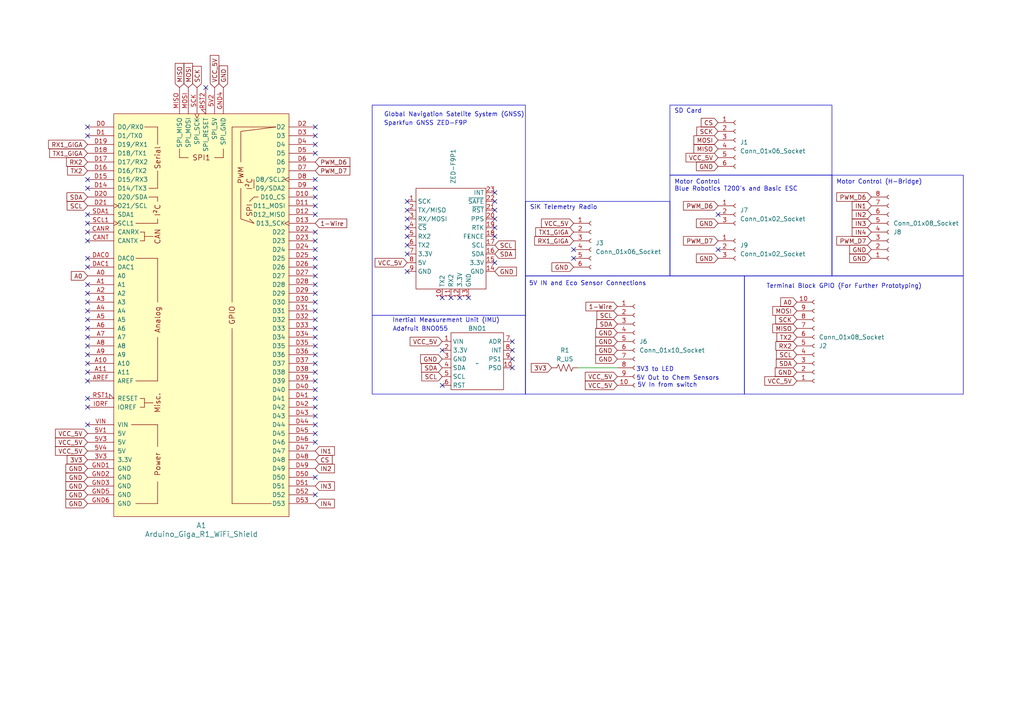
<source format=kicad_sch>
(kicad_sch (version 20231120) (generator "eeschema") (generator_version "8.0")
  (paper "A4")
  (lib_symbols
    (symbol "AdafruitBNO055:Adafruit_BNO055"
      (property "Reference" "BNO" (at 0 0 0))
      (symbol "Adafruit_BNO055_0_0"
        (text_box "" (at -7.62 8.89 0) (size 15.24 -16.51) (fill (type color)) (effects (font (size 1.27 1.27)) (justify left top)))
      )
      (symbol "Adafruit_BNO055_1_1"
        (pin input line (at -10.16 6.35 0) (length 2.54) (name "VIN") (number "1"))
        (pin input line (at 10.16 -1.27 180) (length 2.54) (name "PSO") (number "10"))
        (pin input line (at -10.16 3.81 0) (length 2.54) (name "3.3V") (number "2"))
        (pin input line (at -10.16 1.27 0) (length 2.54) (name "GND") (number "3"))
        (pin input line (at -10.16 -1.27 0) (length 2.54) (name "SDA") (number "4"))
        (pin input line (at -10.16 -3.81 0) (length 2.54) (name "SCL") (number "5"))
        (pin input line (at -10.16 -6.35 0) (length 2.54) (name "RST") (number "6"))
        (pin input line (at 10.16 6.35 180) (length 2.54) (name "ADR") (number "7"))
        (pin input line (at 10.16 3.81 180) (length 2.54) (name "INT") (number "8"))
        (pin input line (at 10.16 1.27 180) (length 2.54) (name "PS1") (number "9"))
      )
    )
    (symbol "Connector:Conn_01x03_Socket" (pin_names (offset 1.016) hide)
      (property "Reference" "J" (at 0 5.08 0))
      (property "Value" "Conn_01x03_Socket" (at 0 -5.08 0))
      (symbol "Conn_01x03_Socket_1_1"
        (arc (start 0 -2.032) (mid -0.5058 -2.54) (end 0 -3.048) (stroke (width 0.1524)))
        (polyline (pts (xy -1.27 -2.54) (xy -0.508 -2.54)) (stroke (width 0.1524)))
        (polyline (pts (xy -1.27 0) (xy -0.508 0)) (stroke (width 0.1524)))
        (polyline (pts (xy -1.27 2.54) (xy -0.508 2.54)) (stroke (width 0.1524)))
        (arc (start 0 0.508) (mid -0.5058 0) (end 0 -0.508) (stroke (width 0.1524)))
        (arc (start 0 3.048) (mid -0.5058 2.54) (end 0 2.032) (stroke (width 0.1524)))
        (pin passive line (at -5.08 2.54 0) (length 3.81) (name "Pin_1") (number "1"))
        (pin passive line (at -5.08 0 0) (length 3.81) (name "Pin_2") (number "2"))
        (pin passive line (at -5.08 -2.54 0) (length 3.81) (name "Pin_3") (number "3"))
      )
    )
    (symbol "Connector:Conn_01x06_Socket" (pin_names (offset 1.016) hide)
      (property "Reference" "J" (at 0 7.62 0))
      (property "Value" "Conn_01x06_Socket" (at 0 -10.16 0))
      (symbol "Conn_01x06_Socket_1_1"
        (arc (start 0 -7.112) (mid -0.5058 -7.62) (end 0 -8.128) (stroke (width 0.1524)))
        (arc (start 0 -4.572) (mid -0.5058 -5.08) (end 0 -5.588) (stroke (width 0.1524)))
        (arc (start 0 -2.032) (mid -0.5058 -2.54) (end 0 -3.048) (stroke (width 0.1524)))
        (polyline (pts (xy -1.27 -7.62) (xy -0.508 -7.62)) (stroke (width 0.1524)))
        (polyline (pts (xy -1.27 -5.08) (xy -0.508 -5.08)) (stroke (width 0.1524)))
        (polyline (pts (xy -1.27 -2.54) (xy -0.508 -2.54)) (stroke (width 0.1524)))
        (polyline (pts (xy -1.27 0) (xy -0.508 0)) (stroke (width 0.1524)))
        (polyline (pts (xy -1.27 2.54) (xy -0.508 2.54)) (stroke (width 0.1524)))
        (polyline (pts (xy -1.27 5.08) (xy -0.508 5.08)) (stroke (width 0.1524)))
        (arc (start 0 0.508) (mid -0.5058 0) (end 0 -0.508) (stroke (width 0.1524)))
        (arc (start 0 3.048) (mid -0.5058 2.54) (end 0 2.032) (stroke (width 0.1524)))
        (arc (start 0 5.588) (mid -0.5058 5.08) (end 0 4.572) (stroke (width 0.1524)))
        (pin passive line (at -5.08 5.08 0) (length 3.81) (name "Pin_1") (number "1"))
        (pin passive line (at -5.08 2.54 0) (length 3.81) (name "Pin_2") (number "2"))
        (pin passive line (at -5.08 0 0) (length 3.81) (name "Pin_3") (number "3"))
        (pin passive line (at -5.08 -2.54 0) (length 3.81) (name "Pin_4") (number "4"))
        (pin passive line (at -5.08 -5.08 0) (length 3.81) (name "Pin_5") (number "5"))
        (pin passive line (at -5.08 -7.62 0) (length 3.81) (name "Pin_6") (number "6"))
      )
    )
    (symbol "Connector:Conn_01x08_Socket" (pin_names (offset 1.016) hide)
      (property "Reference" "J" (at 0 10.16 0))
      (property "Value" "Conn_01x08_Socket" (at 0 -12.7 0))
      (symbol "Conn_01x08_Socket_1_1"
        (arc (start 0 -9.652) (mid -0.5058 -10.16) (end 0 -10.668) (stroke (width 0.1524)))
        (arc (start 0 -7.112) (mid -0.5058 -7.62) (end 0 -8.128) (stroke (width 0.1524)))
        (arc (start 0 -4.572) (mid -0.5058 -5.08) (end 0 -5.588) (stroke (width 0.1524)))
        (arc (start 0 -2.032) (mid -0.5058 -2.54) (end 0 -3.048) (stroke (width 0.1524)))
        (polyline (pts (xy -1.27 -10.16) (xy -0.508 -10.16)) (stroke (width 0.1524)))
        (polyline (pts (xy -1.27 -7.62) (xy -0.508 -7.62)) (stroke (width 0.1524)))
        (polyline (pts (xy -1.27 -5.08) (xy -0.508 -5.08)) (stroke (width 0.1524)))
        (polyline (pts (xy -1.27 -2.54) (xy -0.508 -2.54)) (stroke (width 0.1524)))
        (polyline (pts (xy -1.27 0) (xy -0.508 0)) (stroke (width 0.1524)))
        (polyline (pts (xy -1.27 2.54) (xy -0.508 2.54)) (stroke (width 0.1524)))
        (polyline (pts (xy -1.27 5.08) (xy -0.508 5.08)) (stroke (width 0.1524)))
        (polyline (pts (xy -1.27 7.62) (xy -0.508 7.62)) (stroke (width 0.1524)))
        (arc (start 0 0.508) (mid -0.5058 0) (end 0 -0.508) (stroke (width 0.1524)))
        (arc (start 0 3.048) (mid -0.5058 2.54) (end 0 2.032) (stroke (width 0.1524)))
        (arc (start 0 5.588) (mid -0.5058 5.08) (end 0 4.572) (stroke (width 0.1524)))
        (arc (start 0 8.128) (mid -0.5058 7.62) (end 0 7.112) (stroke (width 0.1524)))
        (pin passive line (at -5.08 7.62 0) (length 3.81) (name "Pin_1") (number "1"))
        (pin passive line (at -5.08 5.08 0) (length 3.81) (name "Pin_2") (number "2"))
        (pin passive line (at -5.08 2.54 0) (length 3.81) (name "Pin_3") (number "3"))
        (pin passive line (at -5.08 0 0) (length 3.81) (name "Pin_4") (number "4"))
        (pin passive line (at -5.08 -2.54 0) (length 3.81) (name "Pin_5") (number "5"))
        (pin passive line (at -5.08 -5.08 0) (length 3.81) (name "Pin_6") (number "6"))
        (pin passive line (at -5.08 -7.62 0) (length 3.81) (name "Pin_7") (number "7"))
        (pin passive line (at -5.08 -10.16 0) (length 3.81) (name "Pin_8") (number "8"))
      )
    )
    (symbol "Connector:Conn_01x10_Socket" (pin_names (offset 1.016) hide)
      (property "Reference" "J" (at 0 12.7 0))
      (property "Value" "Conn_01x10_Socket" (at 0 -15.24 0))
      (symbol "Conn_01x10_Socket_1_1"
        (arc (start 0 -12.192) (mid -0.5058 -12.7) (end 0 -13.208) (stroke (width 0.1524)))
        (arc (start 0 -9.652) (mid -0.5058 -10.16) (end 0 -10.668) (stroke (width 0.1524)))
        (arc (start 0 -7.112) (mid -0.5058 -7.62) (end 0 -8.128) (stroke (width 0.1524)))
        (arc (start 0 -4.572) (mid -0.5058 -5.08) (end 0 -5.588) (stroke (width 0.1524)))
        (arc (start 0 -2.032) (mid -0.5058 -2.54) (end 0 -3.048) (stroke (width 0.1524)))
        (polyline (pts (xy -1.27 -12.7) (xy -0.508 -12.7)) (stroke (width 0.1524)))
        (polyline (pts (xy -1.27 -10.16) (xy -0.508 -10.16)) (stroke (width 0.1524)))
        (polyline (pts (xy -1.27 -7.62) (xy -0.508 -7.62)) (stroke (width 0.1524)))
        (polyline (pts (xy -1.27 -5.08) (xy -0.508 -5.08)) (stroke (width 0.1524)))
        (polyline (pts (xy -1.27 -2.54) (xy -0.508 -2.54)) (stroke (width 0.1524)))
        (polyline (pts (xy -1.27 0) (xy -0.508 0)) (stroke (width 0.1524)))
        (polyline (pts (xy -1.27 2.54) (xy -0.508 2.54)) (stroke (width 0.1524)))
        (polyline (pts (xy -1.27 5.08) (xy -0.508 5.08)) (stroke (width 0.1524)))
        (polyline (pts (xy -1.27 7.62) (xy -0.508 7.62)) (stroke (width 0.1524)))
        (polyline (pts (xy -1.27 10.16) (xy -0.508 10.16)) (stroke (width 0.1524)))
        (arc (start 0 0.508) (mid -0.5058 0) (end 0 -0.508) (stroke (width 0.1524)))
        (arc (start 0 3.048) (mid -0.5058 2.54) (end 0 2.032) (stroke (width 0.1524)))
        (arc (start 0 5.588) (mid -0.5058 5.08) (end 0 4.572) (stroke (width 0.1524)))
        (arc (start 0 8.128) (mid -0.5058 7.62) (end 0 7.112) (stroke (width 0.1524)))
        (arc (start 0 10.668) (mid -0.5058 10.16) (end 0 9.652) (stroke (width 0.1524)))
        (pin passive line (at -5.08 10.16 0) (length 3.81) (name "Pin_1") (number "1"))
        (pin passive line (at -5.08 -12.7 0) (length 3.81) (name "Pin_10") (number "10"))
        (pin passive line (at -5.08 7.62 0) (length 3.81) (name "Pin_2") (number "2"))
        (pin passive line (at -5.08 5.08 0) (length 3.81) (name "Pin_3") (number "3"))
        (pin passive line (at -5.08 2.54 0) (length 3.81) (name "Pin_4") (number "4"))
        (pin passive line (at -5.08 0 0) (length 3.81) (name "Pin_5") (number "5"))
        (pin passive line (at -5.08 -2.54 0) (length 3.81) (name "Pin_6") (number "6"))
        (pin passive line (at -5.08 -5.08 0) (length 3.81) (name "Pin_7") (number "7"))
        (pin passive line (at -5.08 -7.62 0) (length 3.81) (name "Pin_8") (number "8"))
        (pin passive line (at -5.08 -10.16 0) (length 3.81) (name "Pin_9") (number "9"))
      )
    )
    (symbol "Device:R_US" (pin_numbers hide) (pin_names (offset 0))
      (property "Reference" "R" (at 2.54 0 90))
      (property "Value" "R_US" (at -2.54 0 90))
      (symbol "R_US_0_1"
        (polyline (pts (xy 0 -2.286) (xy 0 -2.54)))
        (polyline (pts (xy 0 2.286) (xy 0 2.54)))
        (polyline (pts (xy 0 -0.762) (xy 1.016 -1.143) (xy 0 -1.524) (xy -1.016 -1.905) (xy 0 -2.286)))
        (polyline (pts (xy 0 0.762) (xy 1.016 0.381) (xy 0 0) (xy -1.016 -0.381) (xy 0 -0.762)))
        (polyline (pts (xy 0 2.286) (xy 1.016 1.905) (xy 0 1.524) (xy -1.016 1.143) (xy 0 0.762)))
      )
      (symbol "R_US_1_1"
        (pin passive line (at 0 3.81 270) (length 1.27) (name "~") (number "1"))
        (pin passive line (at 0 -3.81 90) (length 1.27) (name "~") (number "2"))
      )
    )
    (symbol "PCM_arduino-library:Arduino_Giga_R1_WiFi_Shield" (pin_names (offset 1.016))
      (property "Reference" "A" (at 0 -62.23 0))
      (property "Value" "Arduino_Giga_R1_WiFi_Shield" (at 0 -66.04 0))
      (symbol "Arduino_Giga_R1_WiFi_Shield_0_0"
        (rectangle (start -25.4 -58.42) (end 25.4 58.42) (fill (type background)))
        (rectangle (start -20.32 -31.75) (end -12.7 -31.75))
        (rectangle (start -19.05 -54.61) (end -12.7 -54.61))
        (rectangle (start -19.05 -19.05) (end -12.7 -19.05))
        (rectangle (start -19.05 16.51) (end -12.7 16.51))
        (rectangle (start -19.05 26.67) (end -12.7 26.67))
        (rectangle (start -17.78 -26.67) (end -16.51 -26.67))
        (rectangle (start -17.78 -24.13) (end -16.51 -24.13))
        (rectangle (start -17.78 21.59) (end -16.51 21.59))
        (rectangle (start -17.78 24.13) (end -16.51 24.13))
        (rectangle (start -16.51 -25.4) (end -13.97 -25.4))
        (rectangle (start -16.51 -24.13) (end -16.51 -26.67))
        (rectangle (start -16.51 22.86) (end -13.97 22.86))
        (rectangle (start -16.51 24.13) (end -16.51 21.59))
        (rectangle (start -16.51 54.61) (end -12.7 54.61))
        (rectangle (start -15.24 34.29) (end -12.7 34.29))
        (rectangle (start -15.24 36.83) (end -12.7 36.83))
        (rectangle (start -12.7 -54.61) (end -12.7 -48.26))
        (rectangle (start -12.7 -31.75) (end -12.7 -38.1))
        (rectangle (start -12.7 -6.35) (end -12.7 -19.05))
        (rectangle (start -12.7 16.51) (end -12.7 3.81))
        (rectangle (start -12.7 26.67) (end -12.7 27.94))
        (rectangle (start -12.7 34.29) (end -12.7 33.02))
        (rectangle (start -12.7 41.91) (end -12.7 36.83))
        (rectangle (start -12.7 49.53) (end -12.7 54.61))
        (rectangle (start -6.35 45.72) (end -3.81 45.72))
        (rectangle (start -6.35 48.26) (end -6.35 45.72))
        (polyline (pts (xy 8.89 -54.61) (xy 20.32 -54.61)))
        (polyline (pts (xy 15.24 26.67) (xy 13.97 27.94)))
        (polyline (pts (xy 15.24 39.37) (xy 15.24 36.83)))
        (polyline (pts (xy 21.59 54.61) (xy 8.89 54.61)))
        (polyline (pts (xy 11.43 44.45) (xy 11.43 53.34) (xy 21.59 54.61)))
        (polyline (pts (xy 13.97 33.02) (xy 15.24 34.29) (xy 16.51 34.29)))
        (polyline (pts (xy 15.24 26.67) (xy 11.43 27.94) (xy 11.43 36.83)))
        (rectangle (start 3.81 45.72) (end 6.35 45.72))
        (rectangle (start 6.35 48.26) (end 6.35 45.72))
        (text "Analog" (at -12.7 -1.27 900) (effects (font (size 1.524 1.524))))
        (text "CAN" (at -12.7 22.86 900) (effects (font (size 1.524 1.524))))
        (text "I²C" (at -12.7 30.48 900) (effects (font (size 1.524 1.524))))
        (text "I²C" (at 13.97 38.1 900) (effects (font (size 1.524 1.524))))
        (text "Misc." (at -12.7 -25.4 900) (effects (font (size 1.524 1.524))))
        (text "Power" (at -12.7 -43.18 900) (effects (font (size 1.524 1.524))))
        (text "PWM" (at 11.43 40.64 900) (effects (font (size 1.524 1.524))))
        (text "Serial" (at -12.7 45.72 900) (effects (font (size 1.524 1.524))))
        (text "SPI" (at 13.97 30.48 900) (effects (font (size 1.524 1.524))))
        (text "SPI1" (at 0 45.72 0) (effects (font (size 1.524 1.524))))
      )
      (symbol "Arduino_Giga_R1_WiFi_Shield_1_0"
        (rectangle (start 8.89 -3.81) (end 8.89 -54.61))
        (rectangle (start 8.89 54.61) (end 8.89 3.81))
        (text "GPIO" (at 8.89 0 900) (effects (font (size 1.524 1.524))))
      )
      (symbol "Arduino_Giga_R1_WiFi_Shield_1_1"
        (pin power_out line (at -33.02 -41.91 0) (length 7.62) (name "3.3V") (number "3V3"))
        (pin power_in line (at -33.02 -34.29 0) (length 7.62) (name "5V") (number "5V1"))
        (pin power_in line (at 3.81 66.04 270) (length 7.62) (name "SPI_5V") (number "5V2"))
        (pin power_in line (at -33.02 -36.83 0) (length 7.62) (name "5V") (number "5V3"))
        (pin power_in line (at -33.02 -39.37 0) (length 7.62) (name "5V") (number "5V4"))
        (pin bidirectional line (at -33.02 11.43 0) (length 7.62) (name "A0") (number "A0"))
        (pin bidirectional line (at -33.02 8.89 0) (length 7.62) (name "A1") (number "A1"))
        (pin input line (at -33.02 -13.97 0) (length 7.62) (name "A10") (number "A10"))
        (pin input line (at -33.02 -16.51 0) (length 7.62) (name "A11") (number "A11"))
        (pin bidirectional line (at -33.02 6.35 0) (length 7.62) (name "A2") (number "A2"))
        (pin bidirectional line (at -33.02 3.81 0) (length 7.62) (name "A3") (number "A3"))
        (pin bidirectional line (at -33.02 1.27 0) (length 7.62) (name "A4") (number "A4"))
        (pin bidirectional line (at -33.02 -1.27 0) (length 7.62) (name "A5") (number "A5"))
        (pin bidirectional line (at -33.02 -3.81 0) (length 7.62) (name "A6") (number "A6"))
        (pin bidirectional line (at -33.02 -6.35 0) (length 7.62) (name "A7") (number "A7"))
        (pin input line (at -33.02 -8.89 0) (length 7.62) (name "A8") (number "A8"))
        (pin input line (at -33.02 -11.43 0) (length 7.62) (name "A9") (number "A9"))
        (pin input line (at -33.02 -19.05 0) (length 7.62) (name "AREF") (number "AREF"))
        (pin bidirectional line (at -33.02 24.13 0) (length 7.62) (name "CANRX") (number "CANR"))
        (pin bidirectional line (at -33.02 21.59 0) (length 7.62) (name "CANTX") (number "CANT"))
        (pin bidirectional line (at -33.02 54.61 0) (length 7.62) (name "D0/RX0") (number "D0"))
        (pin bidirectional line (at -33.02 52.07 0) (length 7.62) (name "D1/TX0") (number "D1"))
        (pin bidirectional line (at 33.02 34.29 180) (length 7.62) (name "D10_CS") (number "D10"))
        (pin bidirectional line (at 33.02 31.75 180) (length 7.62) (name "D11_MOSI") (number "D11"))
        (pin bidirectional line (at 33.02 29.21 180) (length 7.62) (name "D12_MISO") (number "D12"))
        (pin bidirectional clock (at 33.02 26.67 180) (length 7.62) (name "D13_SCK") (number "D13"))
        (pin bidirectional line (at -33.02 36.83 0) (length 7.62) (name "D14/TX3") (number "D14"))
        (pin bidirectional line (at -33.02 39.37 0) (length 7.62) (name "D15/RX3") (number "D15"))
        (pin bidirectional line (at -33.02 41.91 0) (length 7.62) (name "D16/TX2") (number "D16"))
        (pin bidirectional line (at -33.02 44.45 0) (length 7.62) (name "D17/RX2") (number "D17"))
        (pin bidirectional line (at -33.02 46.99 0) (length 7.62) (name "D18/TX1") (number "D18"))
        (pin bidirectional line (at -33.02 49.53 0) (length 7.62) (name "D19/RX1") (number "D19"))
        (pin bidirectional line (at 33.02 54.61 180) (length 7.62) (name "D2") (number "D2"))
        (pin bidirectional line (at -33.02 34.29 0) (length 7.62) (name "D20/SDA") (number "D20"))
        (pin bidirectional clock (at -33.02 31.75 0) (length 7.62) (name "D21/SCL") (number "D21"))
        (pin bidirectional line (at 33.02 24.13 180) (length 7.62) (name "D22") (number "D22"))
        (pin bidirectional line (at 33.02 21.59 180) (length 7.62) (name "D23") (number "D23"))
        (pin bidirectional line (at 33.02 19.05 180) (length 7.62) (name "D24") (number "D24"))
        (pin bidirectional line (at 33.02 16.51 180) (length 7.62) (name "D25") (number "D25"))
        (pin bidirectional line (at 33.02 13.97 180) (length 7.62) (name "D26") (number "D26"))
        (pin bidirectional line (at 33.02 11.43 180) (length 7.62) (name "D27") (number "D27"))
        (pin bidirectional line (at 33.02 8.89 180) (length 7.62) (name "D28") (number "D28"))
        (pin bidirectional line (at 33.02 6.35 180) (length 7.62) (name "D29") (number "D29"))
        (pin bidirectional line (at 33.02 52.07 180) (length 7.62) (name "D3") (number "D3"))
        (pin bidirectional line (at 33.02 3.81 180) (length 7.62) (name "D30") (number "D30"))
        (pin bidirectional line (at 33.02 1.27 180) (length 7.62) (name "D31") (number "D31"))
        (pin bidirectional line (at 33.02 -1.27 180) (length 7.62) (name "D32") (number "D32"))
        (pin bidirectional line (at 33.02 -3.81 180) (length 7.62) (name "D33") (number "D33"))
        (pin bidirectional line (at 33.02 -6.35 180) (length 7.62) (name "D34") (number "D34"))
        (pin bidirectional line (at 33.02 -8.89 180) (length 7.62) (name "D35") (number "D35"))
        (pin bidirectional line (at 33.02 -11.43 180) (length 7.62) (name "D36") (number "D36"))
        (pin bidirectional line (at 33.02 -13.97 180) (length 7.62) (name "D37") (number "D37"))
        (pin bidirectional line (at 33.02 -16.51 180) (length 7.62) (name "D38") (number "D38"))
        (pin bidirectional line (at 33.02 -19.05 180) (length 7.62) (name "D39") (number "D39"))
        (pin bidirectional line (at 33.02 49.53 180) (length 7.62) (name "D4") (number "D4"))
        (pin bidirectional line (at 33.02 -21.59 180) (length 7.62) (name "D40") (number "D40"))
        (pin bidirectional line (at 33.02 -24.13 180) (length 7.62) (name "D41") (number "D41"))
        (pin bidirectional line (at 33.02 -26.67 180) (length 7.62) (name "D42") (number "D42"))
        (pin bidirectional line (at 33.02 -29.21 180) (length 7.62) (name "D43") (number "D43"))
        (pin bidirectional line (at 33.02 -31.75 180) (length 7.62) (name "D44") (number "D44"))
        (pin bidirectional line (at 33.02 -34.29 180) (length 7.62) (name "D45") (number "D45"))
        (pin bidirectional line (at 33.02 -36.83 180) (length 7.62) (name "D46") (number "D46"))
        (pin bidirectional line (at 33.02 -39.37 180) (length 7.62) (name "D47") (number "D47"))
        (pin bidirectional line (at 33.02 -41.91 180) (length 7.62) (name "D48") (number "D48"))
        (pin bidirectional line (at 33.02 -44.45 180) (length 7.62) (name "D49") (number "D49"))
        (pin bidirectional line (at 33.02 46.99 180) (length 7.62) (name "D5") (number "D5"))
        (pin bidirectional line (at 33.02 -46.99 180) (length 7.62) (name "D50") (number "D50"))
        (pin bidirectional line (at 33.02 -49.53 180) (length 7.62) (name "D51") (number "D51"))
        (pin bidirectional line (at 33.02 -52.07 180) (length 7.62) (name "D52") (number "D52"))
        (pin bidirectional line (at 33.02 -54.61 180) (length 7.62) (name "D53") (number "D53"))
        (pin bidirectional line (at 33.02 44.45 180) (length 7.62) (name "D6") (number "D6"))
        (pin bidirectional line (at 33.02 41.91 180) (length 7.62) (name "D7") (number "D7"))
        (pin bidirectional clock (at 33.02 39.37 180) (length 7.62) (name "D8/SCL2") (number "D8"))
        (pin bidirectional line (at 33.02 36.83 180) (length 7.62) (name "D9/SDA2") (number "D9"))
        (pin bidirectional line (at -33.02 16.51 0) (length 7.62) (name "DAC0") (number "DAC0"))
        (pin bidirectional line (at -33.02 13.97 0) (length 7.62) (name "DAC1") (number "DAC1"))
        (pin power_in line (at -33.02 -44.45 0) (length 7.62) (name "GND") (number "GND1"))
        (pin power_in line (at -33.02 -46.99 0) (length 7.62) (name "GND") (number "GND2"))
        (pin power_in line (at -33.02 -49.53 0) (length 7.62) (name "GND") (number "GND3"))
        (pin power_in line (at 6.35 66.04 270) (length 7.62) (name "SPI_GND") (number "GND4"))
        (pin power_in line (at -33.02 -52.07 0) (length 7.62) (name "GND") (number "GND5"))
        (pin power_in line (at -33.02 -54.61 0) (length 7.62) (name "GND") (number "GND6"))
        (pin output line (at -33.02 -26.67 0) (length 7.62) (name "IOREF") (number "IORF"))
        (pin input line (at -6.35 66.04 270) (length 7.62) (name "SPI_MISO") (number "MISO"))
        (pin output line (at -3.81 66.04 270) (length 7.62) (name "SPI_MOSI") (number "MOSI"))
        (pin open_collector input_low (at -33.02 -24.13 0) (length 7.62) (name "RESET") (number "RST1"))
        (pin open_collector input_low (at 1.27 66.04 270) (length 7.62) (name "SPI_RESET") (number "RST2"))
        (pin output clock (at -1.27 66.04 270) (length 7.62) (name "SPI_SCK") (number "SCK"))
        (pin bidirectional clock (at -33.02 26.67 0) (length 7.62) (name "SCL1") (number "SCL1"))
        (pin bidirectional line (at -33.02 29.21 0) (length 7.62) (name "SDA1") (number "SDA1"))
        (pin power_in line (at -33.02 -31.75 0) (length 7.62) (name "VIN") (number "VIN"))
      )
    )
    (symbol "Sparkfun_ZedF9P:Sparkfun_ZED-F9P"
      (property "Reference" "ZED-F9P" (at 0 0 0))
      (symbol "Sparkfun_ZED-F9P_0_0"
        (text_box "" (at -15.24 10.16 0) (size 29.21 -20.32) (fill (type color)) (effects (font (size 1.27 1.27)) (justify left top)))
      )
      (symbol "Sparkfun_ZED-F9P_1_1"
        (pin input line (at 10.16 12.7 270) (length 2.54) (name "SCK") (number "1"))
        (pin input line (at -17.78 2.54 0) (length 2.54) (name "TX2") (number "10"))
        (pin input line (at -17.78 0 0) (length 2.54) (name "RX2") (number "11"))
        (pin input line (at -17.78 -2.54 0) (length 2.54) (name "3.3V") (number "12"))
        (pin input line (at -17.78 -5.08 0) (length 2.54) (name "GND") (number "13"))
        (pin input line (at -10.16 -12.7 90) (length 2.54) (name "GND") (number "14"))
        (pin input line (at -7.62 -12.7 90) (length 2.54) (name "3.3V") (number "15"))
        (pin input line (at -5.08 -12.7 90) (length 2.54) (name "SDA") (number "16"))
        (pin input line (at -2.54 -12.7 90) (length 2.54) (name "SCL") (number "17"))
        (pin input line (at 0 -12.7 90) (length 2.54) (name "FENCE") (number "18"))
        (pin input line (at 2.54 -12.7 90) (length 2.54) (name "RTK") (number "19"))
        (pin input line (at 7.62 12.7 270) (length 2.54) (name "TX/MISO") (number "2"))
        (pin input line (at 5.08 -12.7 90) (length 2.54) (name "PPS") (number "20"))
        (pin input line (at 7.62 -12.7 90) (length 2.54) (name "~{RST}") (number "21"))
        (pin input line (at 10.16 -12.7 90) (length 2.54) (name "~{SAFE}") (number "22"))
        (pin input line (at 12.7 -12.7 90) (length 2.54) (name "INT") (number "23"))
        (pin input line (at 5.08 12.7 270) (length 2.54) (name "RX/MOSI") (number "3"))
        (pin input line (at 2.54 12.7 270) (length 2.54) (name "~{CS}") (number "4"))
        (pin input line (at 0 12.7 270) (length 2.54) (name "RX2") (number "5"))
        (pin input line (at -2.54 12.7 270) (length 2.54) (name "TX2") (number "6"))
        (pin input line (at -5.08 12.7 270) (length 2.54) (name "3.3V") (number "7"))
        (pin input line (at -7.62 12.7 270) (length 2.54) (name "5V") (number "8"))
        (pin input line (at -10.16 12.7 270) (length 2.54) (name "GND") (number "9"))
      )
    )
  )
  (no_connect (at 91.44 54.61))
  (no_connect (at 91.44 52.07))
  (no_connect (at 143.51 60.96))
  (no_connect (at 91.44 120.65))
  (no_connect (at 135.89 86.36))
  (no_connect (at 91.44 59.69))
  (no_connect (at 25.4 123.19))
  (no_connect (at 25.4 69.85))
  (no_connect (at 25.4 74.93))
  (no_connect (at 91.44 143.51))
  (no_connect (at 25.4 39.37))
  (no_connect (at 143.51 68.58))
  (no_connect (at 91.44 123.19))
  (no_connect (at 91.44 107.95))
  (no_connect (at 25.4 36.83))
  (no_connect (at 148.59 106.68))
  (no_connect (at 118.11 78.74))
  (no_connect (at 25.4 54.61))
  (no_connect (at 143.51 55.88))
  (no_connect (at 25.4 82.55))
  (no_connect (at 118.11 73.66))
  (no_connect (at 91.44 62.23))
  (no_connect (at 128.27 101.6))
  (no_connect (at 91.44 100.33))
  (no_connect (at 166.37 72.39))
  (no_connect (at 91.44 74.93))
  (no_connect (at 208.28 72.39))
  (no_connect (at 91.44 113.03))
  (no_connect (at 130.81 86.36))
  (no_connect (at 143.51 76.2))
  (no_connect (at 91.44 41.91))
  (no_connect (at 118.11 60.96))
  (no_connect (at 25.4 115.57))
  (no_connect (at 91.44 85.09))
  (no_connect (at 133.35 86.36))
  (no_connect (at 91.44 72.39))
  (no_connect (at 166.37 74.93))
  (no_connect (at 91.44 67.31))
  (no_connect (at 25.4 85.09))
  (no_connect (at 25.4 52.07))
  (no_connect (at 91.44 110.49))
  (no_connect (at 91.44 138.43))
  (no_connect (at 91.44 39.37))
  (no_connect (at 25.4 67.31))
  (no_connect (at 118.11 63.5))
  (no_connect (at 118.11 68.58))
  (no_connect (at 91.44 77.47))
  (no_connect (at 118.11 58.42))
  (no_connect (at 25.4 100.33))
  (no_connect (at 91.44 69.85))
  (no_connect (at 25.4 87.63))
  (no_connect (at 128.27 86.36))
  (no_connect (at 25.4 62.23))
  (no_connect (at 25.4 110.49))
  (no_connect (at 25.4 90.17))
  (no_connect (at 118.11 66.04))
  (no_connect (at 128.27 111.76))
  (no_connect (at 148.59 99.06))
  (no_connect (at 91.44 57.15))
  (no_connect (at 91.44 92.71))
  (no_connect (at 91.44 87.63))
  (no_connect (at 25.4 77.47))
  (no_connect (at 91.44 44.45))
  (no_connect (at 91.44 105.41))
  (no_connect (at 25.4 92.71))
  (no_connect (at 91.44 82.55))
  (no_connect (at 59.69 25.4))
  (no_connect (at 25.4 97.79))
  (no_connect (at 25.4 118.11))
  (no_connect (at 91.44 95.25))
  (no_connect (at 91.44 118.11))
  (no_connect (at 91.44 97.79))
  (no_connect (at 25.4 64.77))
  (no_connect (at 148.59 104.14))
  (no_connect (at 91.44 125.73))
  (no_connect (at 143.51 63.5))
  (no_connect (at 91.44 80.01))
  (no_connect (at 143.51 58.42))
  (no_connect (at 25.4 107.95))
  (no_connect (at 91.44 90.17))
  (no_connect (at 91.44 36.83))
  (no_connect (at 25.4 95.25))
  (no_connect (at 148.59 101.6))
  (no_connect (at 25.4 102.87))
  (no_connect (at 91.44 128.27))
  (no_connect (at 208.28 62.23))
  (no_connect (at 143.51 66.04))
  (no_connect (at 25.4 105.41))
  (no_connect (at 91.44 102.87))
  (no_connect (at 118.11 71.12))
  (no_connect (at 91.44 115.57))
  (wire (pts (xy 167.64 106.68) (xy 179.07 106.68)))
  (rectangle (start 194.31 50.8) (end 241.3 80.01))
  (rectangle (start 215.9 80.01) (end 279.4 114.3))
  (rectangle (start 152.4 80.01) (end 215.9 114.3))
  (rectangle (start 241.3 50.8) (end 279.4 80.01))
  (rectangle (start 107.95 30.48) (end 152.4 91.44))
  (rectangle (start 107.95 91.44) (end 152.4 114.3))
  (rectangle (start 194.31 30.48) (end 241.3 50.8))
  (rectangle (start 152.4 58.42) (end 194.31 80.01))
  (text "3V3 to LED\n" (at 189.992 107.188 0) (effects (font (size 1.27 1.27))))
  (text "Sparkfun GNSS ZED-F9P\n" (at 123.444 35.814 0) (effects (font (size 1.27 1.27))))
  (text "Terminal Block GPIO (For Further Prototyping)" (at 222.25 83.82 0) (effects (font (size 1.27 1.27)) (justify left bottom)))
  (text "5V Out to Chem Sensors" (at 196.596 109.728 0) (effects (font (size 1.27 1.27))))
  (text "5V In from switch" (at 193.548 111.76 0) (effects (font (size 1.27 1.27))))
  (text "5V IN and Eco Sensor Connections\n" (at 170.434 82.296 0) (effects (font (size 1.27 1.27))))
  (text "Inertial Measurement Unit (IMU)" (at 113.792 93.726 0) (effects (font (size 1.27 1.27)) (justify left bottom)))
  (text "SiK Telemetry Radio" (at 153.67 60.96 0) (effects (font (size 1.27 1.27)) (justify left bottom)))
  (text "Motor Control (H-Bridge)\n" (at 255.016 52.832 0) (effects (font (size 1.27 1.27))))
  (text "Adafruit BNO055" (at 121.92 95.504 0) (effects (font (size 1.27 1.27))))
  (text "SD Card" (at 195.58 33.02 0) (effects (font (size 1.27 1.27)) (justify left bottom)))
  (text "Global Navigation Satelite System (GNSS)\n" (at 152.146 34.036 0) (effects (font (size 1.27 1.27)) (justify right bottom)))
  (text "Motor Control \nBlue Robotics T200's and Basic ESC" (at 195.58 55.626 0) (effects (font (size 1.27 1.27)) (justify left bottom)))
  (global_label "SCL" (shape input) (at 231.14 102.87 180) (property "Intersheetrefs" "${INTERSHEET_REFS}" (effects (hide yes))))
  (global_label "A0" (shape input) (at 25.4 80.01 180) (property "Intersheetrefs" "${INTERSHEET_REFS}" (effects (hide yes))))
  (global_label "GND" (shape input) (at 64.77 25.4 90) (property "Intersheetrefs" "${INTERSHEET_REFS}" (effects (hide yes))))
  (global_label "IN4" (shape input) (at 91.44 146.05 0) (property "Intersheetrefs" "${INTERSHEET_REFS}" (effects (hide yes))))
  (global_label "SDA" (shape input) (at 179.07 93.98 180) (property "Intersheetrefs" "${INTERSHEET_REFS}" (effects (hide yes))))
  (global_label "TX2" (shape input) (at 25.4 49.53 180) (property "Intersheetrefs" "${INTERSHEET_REFS}" (effects (hide yes))))
  (global_label "GND" (shape input) (at 208.28 64.77 180) (property "Intersheetrefs" "${INTERSHEET_REFS}" (effects (hide yes))))
  (global_label "SDA" (shape input) (at 143.51 73.66 0) (property "Intersheetrefs" "${INTERSHEET_REFS}" (effects (hide yes))))
  (global_label "GND" (shape input) (at 25.4 138.43 180) (property "Intersheetrefs" "${INTERSHEET_REFS}" (effects (hide yes))))
  (global_label "A0" (shape input) (at 231.14 87.63 180) (property "Intersheetrefs" "${INTERSHEET_REFS}" (effects (hide yes))))
  (global_label "MOSI" (shape input) (at 208.28 40.64 180) (property "Intersheetrefs" "${INTERSHEET_REFS}" (effects (hide yes))))
  (global_label "SDA" (shape input) (at 231.14 105.41 180) (property "Intersheetrefs" "${INTERSHEET_REFS}" (effects (hide yes))))
  (global_label "MISO" (shape input) (at 208.28 43.18 180) (property "Intersheetrefs" "${INTERSHEET_REFS}" (effects (hide yes))))
  (global_label "TX1_GIGA" (shape input) (at 25.4 44.45 180) (property "Intersheetrefs" "${INTERSHEET_REFS}" (effects (hide yes))))
  (global_label "RX2" (shape input) (at 25.4 46.99 180) (property "Intersheetrefs" "${INTERSHEET_REFS}" (effects (hide yes))))
  (global_label "MOSI" (shape input) (at 54.61 25.4 90) (property "Intersheetrefs" "${INTERSHEET_REFS}" (effects (hide yes))))
  (global_label "IN4" (shape input) (at 252.73 67.31 180) (property "Intersheetrefs" "${INTERSHEET_REFS}" (effects (hide yes))))
  (global_label "VCC_5V" (shape input) (at 118.11 76.2 180) (property "Intersheetrefs" "${INTERSHEET_REFS}" (effects (hide yes))))
  (global_label "1-Wire" (shape input) (at 179.07 88.9 180) (property "Intersheetrefs" "${INTERSHEET_REFS}" (effects (hide yes))))
  (global_label "RX1_GIGA" (shape input) (at 166.37 69.85 180) (property "Intersheetrefs" "${INTERSHEET_REFS}" (effects (hide yes))))
  (global_label "VCC_5V" (shape input) (at 25.4 128.27 180) (property "Intersheetrefs" "${INTERSHEET_REFS}" (effects (hide yes))))
  (global_label "GND" (shape input) (at 208.28 74.93 180) (property "Intersheetrefs" "${INTERSHEET_REFS}" (effects (hide yes))))
  (global_label "SCL" (shape input) (at 25.4 59.69 180) (property "Intersheetrefs" "${INTERSHEET_REFS}" (effects (hide yes))))
  (global_label "GND" (shape input) (at 128.27 104.14 180) (property "Intersheetrefs" "${INTERSHEET_REFS}" (effects (hide yes))))
  (global_label "IN3" (shape input) (at 252.73 64.77 180) (property "Intersheetrefs" "${INTERSHEET_REFS}" (effects (hide yes))))
  (global_label "SCK" (shape input) (at 57.15 25.4 90) (property "Intersheetrefs" "${INTERSHEET_REFS}" (effects (hide yes))))
  (global_label "IN3" (shape input) (at 91.44 140.97 0) (property "Intersheetrefs" "${INTERSHEET_REFS}" (effects (hide yes))))
  (global_label "TX2" (shape input) (at 231.14 97.79 180) (property "Intersheetrefs" "${INTERSHEET_REFS}" (effects (hide yes))))
  (global_label "PWM_D7" (shape input) (at 208.28 69.85 180) (property "Intersheetrefs" "${INTERSHEET_REFS}" (effects (hide yes))))
  (global_label "GND" (shape input) (at 252.73 74.93 180) (property "Intersheetrefs" "${INTERSHEET_REFS}" (effects (hide yes))))
  (global_label "3V3" (shape input) (at 160.02 106.68 180) (property "Intersheetrefs" "${INTERSHEET_REFS}" (effects (hide yes))))
  (global_label "1-Wire" (shape input) (at 91.44 64.77 0) (property "Intersheetrefs" "${INTERSHEET_REFS}" (effects (hide yes))))
  (global_label "VCC_5V" (shape input) (at 128.27 99.06 180) (property "Intersheetrefs" "${INTERSHEET_REFS}" (effects (hide yes))))
  (global_label "PWM_D7" (shape input) (at 91.44 49.53 0) (property "Intersheetrefs" "${INTERSHEET_REFS}" (effects (hide yes))))
  (global_label "VCC_5V" (shape input) (at 179.07 109.22 180) (property "Intersheetrefs" "${INTERSHEET_REFS}" (effects (hide yes))))
  (global_label "SDA" (shape input) (at 25.4 57.15 180) (property "Intersheetrefs" "${INTERSHEET_REFS}" (effects (hide yes))))
  (global_label "IN1" (shape input) (at 91.44 130.81 0) (property "Intersheetrefs" "${INTERSHEET_REFS}" (effects (hide yes))))
  (global_label "PWM_D6" (shape input) (at 91.44 46.99 0) (property "Intersheetrefs" "${INTERSHEET_REFS}" (effects (hide yes))))
  (global_label "VCC_5V" (shape input) (at 25.4 125.73 180) (property "Intersheetrefs" "${INTERSHEET_REFS}" (effects (hide yes))))
  (global_label "VCC_5V" (shape input) (at 25.4 130.81 180) (property "Intersheetrefs" "${INTERSHEET_REFS}" (effects (hide yes))))
  (global_label "MISO" (shape input) (at 52.07 25.4 90) (property "Intersheetrefs" "${INTERSHEET_REFS}" (effects (hide yes))))
  (global_label "SCK" (shape input) (at 231.14 92.71 180) (property "Intersheetrefs" "${INTERSHEET_REFS}" (effects (hide yes))))
  (global_label "GND" (shape input) (at 252.73 72.39 180) (property "Intersheetrefs" "${INTERSHEET_REFS}" (effects (hide yes))))
  (global_label "3V3" (shape input) (at 25.4 133.35 180) (property "Intersheetrefs" "${INTERSHEET_REFS}" (effects (hide yes))))
  (global_label "GND" (shape input) (at 25.4 143.51 180) (property "Intersheetrefs" "${INTERSHEET_REFS}" (effects (hide yes))))
  (global_label "GND" (shape input) (at 143.51 78.74 0) (property "Intersheetrefs" "${INTERSHEET_REFS}" (effects (hide yes))))
  (global_label "SCL" (shape input) (at 128.27 109.22 180) (property "Intersheetrefs" "${INTERSHEET_REFS}" (effects (hide yes))))
  (global_label "IN2" (shape input) (at 252.73 62.23 180) (property "Intersheetrefs" "${INTERSHEET_REFS}" (effects (hide yes))))
  (global_label "VCC_5V" (shape input) (at 179.07 111.76 180) (property "Intersheetrefs" "${INTERSHEET_REFS}" (effects (hide yes))))
  (global_label "MISO" (shape input) (at 231.14 95.25 180) (property "Intersheetrefs" "${INTERSHEET_REFS}" (effects (hide yes))))
  (global_label "TX1_GIGA" (shape input) (at 166.37 67.31 180) (property "Intersheetrefs" "${INTERSHEET_REFS}" (effects (hide yes))))
  (global_label "GND" (shape input) (at 208.28 48.26 180) (property "Intersheetrefs" "${INTERSHEET_REFS}" (effects (hide yes))))
  (global_label "SCL" (shape input) (at 143.51 71.12 0) (property "Intersheetrefs" "${INTERSHEET_REFS}" (effects (hide yes))))
  (global_label "RX1_GIGA" (shape input) (at 25.4 41.91 180) (property "Intersheetrefs" "${INTERSHEET_REFS}" (effects (hide yes))))
  (global_label "VCC_5V" (shape input) (at 166.37 64.77 180) (property "Intersheetrefs" "${INTERSHEET_REFS}" (effects (hide yes))))
  (global_label "VCC_5V" (shape input) (at 231.14 110.49 180) (property "Intersheetrefs" "${INTERSHEET_REFS}" (effects (hide yes))))
  (global_label "SCL" (shape input) (at 179.07 91.44 180) (property "Intersheetrefs" "${INTERSHEET_REFS}" (effects (hide yes))))
  (global_label "PWM_D6" (shape input) (at 252.73 57.15 180) (property "Intersheetrefs" "${INTERSHEET_REFS}" (effects (hide yes))))
  (global_label "VCC_5V" (shape input) (at 62.23 25.4 90) (property "Intersheetrefs" "${INTERSHEET_REFS}" (effects (hide yes))))
  (global_label "GND" (shape input) (at 25.4 146.05 180) (property "Intersheetrefs" "${INTERSHEET_REFS}" (effects (hide yes))))
  (global_label "GND" (shape input) (at 179.07 99.06 180) (property "Intersheetrefs" "${INTERSHEET_REFS}" (effects (hide yes))))
  (global_label "PWM_D6" (shape input) (at 208.28 59.69 180) (property "Intersheetrefs" "${INTERSHEET_REFS}" (effects (hide yes))))
  (global_label "GND" (shape input) (at 166.37 77.47 180) (property "Intersheetrefs" "${INTERSHEET_REFS}" (effects (hide yes))))
  (global_label "GND" (shape input) (at 25.4 140.97 180) (property "Intersheetrefs" "${INTERSHEET_REFS}" (effects (hide yes))))
  (global_label "VCC_5V" (shape input) (at 208.28 45.72 180) (property "Intersheetrefs" "${INTERSHEET_REFS}" (effects (hide yes))))
  (global_label "GND" (shape input) (at 179.07 101.6 180) (property "Intersheetrefs" "${INTERSHEET_REFS}" (effects (hide yes))))
  (global_label "IN1" (shape input) (at 252.73 59.69 180) (property "Intersheetrefs" "${INTERSHEET_REFS}" (effects (hide yes))))
  (global_label "SCK" (shape input) (at 208.28 38.1 180) (property "Intersheetrefs" "${INTERSHEET_REFS}" (effects (hide yes))))
  (global_label "IN2" (shape input) (at 91.44 135.89 0) (property "Intersheetrefs" "${INTERSHEET_REFS}" (effects (hide yes))))
  (global_label "GND" (shape input) (at 179.07 96.52 180) (property "Intersheetrefs" "${INTERSHEET_REFS}" (effects (hide yes))))
  (global_label "SDA" (shape input) (at 128.27 106.68 180) (property "Intersheetrefs" "${INTERSHEET_REFS}" (effects (hide yes))))
  (global_label "RX2" (shape input) (at 231.14 100.33 180) (property "Intersheetrefs" "${INTERSHEET_REFS}" (effects (hide yes))))
  (global_label "CS" (shape input) (at 208.28 35.56 180) (property "Intersheetrefs" "${INTERSHEET_REFS}" (effects (hide yes))))
  (global_label "CS" (shape input) (at 91.44 133.35 0) (property "Intersheetrefs" "${INTERSHEET_REFS}" (effects (hide yes))))
  (global_label "GND" (shape input) (at 25.4 135.89 180) (property "Intersheetrefs" "${INTERSHEET_REFS}" (effects (hide yes))))
  (global_label "PWM_D7" (shape input) (at 252.73 69.85 180) (property "Intersheetrefs" "${INTERSHEET_REFS}" (effects (hide yes))))
  (global_label "GND" (shape input) (at 179.07 104.14 180) (property "Intersheetrefs" "${INTERSHEET_REFS}" (effects (hide yes))))
  (global_label "MOSI" (shape input) (at 231.14 90.17 180) (property "Intersheetrefs" "${INTERSHEET_REFS}" (effects (hide yes))))
  (global_label "GND" (shape input) (at 231.14 107.95 180) (property "Intersheetrefs" "${INTERSHEET_REFS}" (effects (hide yes))))
  (symbol (lib_id "Device:R_US") (at 163.83 106.68 90) (unit 1)
    (property "Reference" "R1" (at 163.83 101.6 90))
    (property "Value" "R_US" (at 163.83 104.14 90))
    (property "Footprint" "Resistor_THT:R_Axial_DIN0309_L9.0mm_D3.2mm_P12.70mm_Horizontal" (effects (hide yes)))
  )
  (symbol (lib_id "Connector:Conn_01x08_Socket") (at 257.81 67.31 0) (mirror x) (unit 1)
    (property "Reference" "J8" (at 259.08 67.3101 0) (effects (justify left)))
    (property "Value" "Conn_01x08_Socket" (at 259.08 64.7701 0) (effects (justify left)))
    (property "Footprint" "TerminalBlock:TerminalBlock_Xinya_XY308-2.54-8P_1x08_P2.54mm_Horizontal" (effects (hide yes)))
    (property "Description" "Generic connector, single row, 01x08, script generated" (effects (hide yes)))
  )
  (symbol (lib_id "Connector:Conn_01x03_Socket") (at 213.36 62.23 0) (unit 1)
    (property "Reference" "J7" (at 214.63 60.9599 0) (effects (justify left)))
    (property "Value" "Conn_01x02_Socket" (at 214.63 63.4999 0) (effects (justify left)))
    (property "Footprint" "Connector_PinHeader_2.54mm:PinHeader_1x03_P2.54mm_Vertical" (effects (hide yes)))
    (property "Description" "Generic connector, single row, 01x03, script generated" (effects (hide yes)))
  )
  (symbol (lib_id "Connector:Conn_01x10_Socket") (at 236.22 100.33 0) (mirror x) (unit 1)
    (property "Reference" "J2" (at 237.49 100.3301 0) (effects (justify left)))
    (property "Value" "Conn_01x08_Socket" (at 237.49 97.7901 0) (effects (justify left)))
    (property "Footprint" "TerminalBlock:TerminalBlock_Xinya_XY308-2.54-10P_1x10_P2.54mm_Horizontal" (effects (hide yes)))
    (property "Description" "Generic connector, single row, 01x10, script generated" (effects (hide yes)))
  )
  (symbol (lib_id "PCM_arduino-library:Arduino_Giga_R1_WiFi_Shield") (at 58.42 91.44 0) (unit 1)
    (property "Reference" "A1" (at 58.42 152.4 0) (effects (font (size 1.524 1.524))))
    (property "Value" "Arduino_Giga_R1_WiFi_Shield" (at 58.42 154.94 0) (effects (font (size 1.524 1.524))))
    (property "Footprint" "PCM_arduino-library:Arduino_Giga_R1_WiFi_Shield" (effects (hide yes)))
    (property "Datasheet" "https://docs.arduino.cc/hardware/giga-r1-wifi" (effects (hide yes)))
  )
  (symbol (lib_id "Connector:Conn_01x03_Socket") (at 213.36 72.39 0) (unit 1)
    (property "Reference" "J9" (at 214.63 71.1199 0) (effects (justify left)))
    (property "Value" "Conn_01x02_Socket" (at 214.63 73.6599 0) (effects (justify left)))
    (property "Footprint" "Connector_PinHeader_2.54mm:PinHeader_1x03_P2.54mm_Vertical" (effects (hide yes)))
    (property "Description" "Generic connector, single row, 01x03, script generated" (effects (hide yes)))
  )
  (symbol (lib_id "Connector:Conn_01x10_Socket") (at 184.15 99.06 0) (unit 1)
    (property "Reference" "J6" (at 185.42 99.0599 0) (effects (justify left)))
    (property "Value" "Conn_01x10_Socket" (at 185.42 101.5999 0) (effects (justify left)))
    (property "Footprint" "TerminalBlock:TerminalBlock_Xinya_XY308-2.54-10P_1x10_P2.54mm_Horizontal" (effects (hide yes)))
    (property "Description" "Generic connector, single row, 01x10, script generated" (effects (hide yes)))
  )
  (symbol (lib_id "Connector:Conn_01x06_Socket") (at 171.45 69.85 0) (unit 1)
    (property "Reference" "J3" (at 172.72 70.485 0) (effects (justify left)))
    (property "Value" "Conn_01x06_Socket" (at 172.72 73.025 0) (effects (justify left)))
    (property "Footprint" "Connector_JST:JST_GH_SM06B-GHS-TB_1x06-1MP_P1.25mm_Horizontal" (effects (hide yes)))
  )
  (symbol (lib_id "AdafruitBNO055:Adafruit_BNO055") (at 138.43 105.41 0) (unit 1)
    (property "Reference" "BNO1" (at 138.43 95.25 0))
    (property "Value" "~" (at 138.43 105.41 0))
    (property "Footprint" "AdafruitBNO:BNOAdafruit" (effects (hide yes)))
  )
  (symbol (lib_id "Connector:Conn_01x06_Socket") (at 213.36 40.64 0) (unit 1)
    (property "Reference" "J1" (at 214.63 41.275 0) (effects (justify left)))
    (property "Value" "Conn_01x06_Socket" (at 214.63 43.815 0) (effects (justify left)))
    (property "Footprint" "Connector_PinSocket_2.54mm:PinSocket_1x06_P2.54mm_Vertical" (effects (hide yes)))
  )
  (symbol (lib_id "Sparkfun_ZedF9P:Sparkfun_ZED-F9P") (at 130.81 68.58 90) (unit 1)
    (property "Reference" "ZED-F9P1" (at 131.445 53.34 0) (effects (justify left)))
    (property "Value" "~" (at 135.89 68.58 0))
    (property "Footprint" "ZedF9P:SparkfunZedF9P" (effects (hide yes)))
  )
)
</source>
